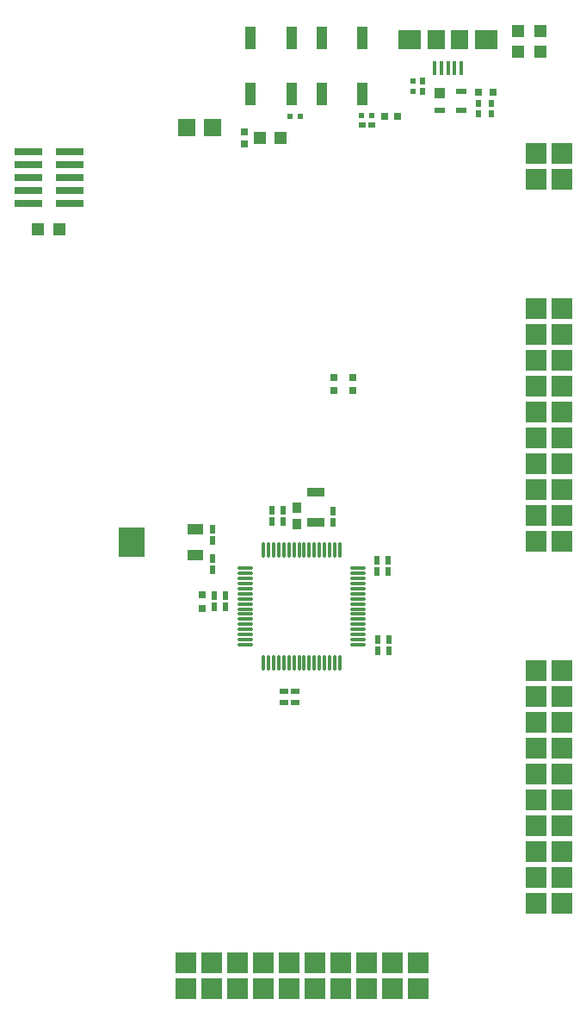
<source format=gtp>
%FSLAX43Y43*%
%MOMM*%
G71*
G01*
G75*
G04 Layer_Color=8421504*
%ADD10R,0.600X0.900*%
%ADD11R,0.700X0.700*%
%ADD12R,0.650X0.800*%
%ADD13R,0.650X0.500*%
%ADD14R,0.600X0.550*%
%ADD15R,0.500X0.650*%
%ADD16R,0.950X1.000*%
%ADD17R,2.800X0.750*%
%ADD18R,1.200X1.200*%
%ADD19R,0.550X0.600*%
%ADD20R,0.400X1.400*%
%ADD21R,2.300X1.900*%
%ADD22R,1.775X1.900*%
%ADD23R,1.100X1.000*%
%ADD24R,1.100X0.600*%
%ADD25R,1.000X2.250*%
%ADD26R,1.200X1.200*%
%ADD27R,0.900X0.600*%
%ADD28R,1.750X0.950*%
%ADD29R,1.000X0.950*%
%ADD30R,1.600X1.000*%
%ADD31R,2.500X3.000*%
%ADD32O,1.650X0.300*%
%ADD33O,0.300X1.650*%
%ADD34R,0.700X0.700*%
%ADD35R,0.800X0.650*%
%ADD36C,0.175*%
%ADD37C,0.200*%
%ADD38C,0.250*%
%ADD39C,0.300*%
%ADD40C,0.180*%
%ADD41C,0.125*%
%ADD42R,0.900X0.300*%
%ADD43C,1.700*%
%ADD44R,1.700X1.700*%
%ADD45R,1.700X1.700*%
%ADD46C,0.500*%
%ADD47C,3.600*%
%ADD48C,0.550*%
%ADD49C,0.400*%
%ADD50C,0.500*%
%ADD51C,1.400*%
G04:AMPARAMS|DCode=52|XSize=2.524mm|YSize=2.524mm|CornerRadius=0mm|HoleSize=0mm|Usage=FLASHONLY|Rotation=0.000|XOffset=0mm|YOffset=0mm|HoleType=Round|Shape=Relief|Width=0.254mm|Gap=0.254mm|Entries=4|*
%AMTHD52*
7,0,0,2.524,2.016,0.254,45*
%
%ADD52THD52*%
G04:AMPARAMS|DCode=53|XSize=4.224mm|YSize=4.224mm|CornerRadius=0mm|HoleSize=0mm|Usage=FLASHONLY|Rotation=0.000|XOffset=0mm|YOffset=0mm|HoleType=Round|Shape=Relief|Width=0.254mm|Gap=0.254mm|Entries=4|*
%AMTHD53*
7,0,0,4.224,3.716,0.254,45*
%
%ADD53THD53*%
%ADD54C,0.650*%
%ADD55C,0.600*%
%ADD56C,3.100*%
%ADD57C,1.270*%
%ADD58C,0.800*%
%ADD59R,0.500X0.250*%
%ADD60R,0.250X0.500*%
%ADD61R,1.300X0.600*%
%ADD62R,0.762X0.762*%
%ADD63R,0.950X1.750*%
%ADD64R,0.350X0.850*%
%ADD65C,0.280*%
%ADD66R,1.300X1.600*%
%ADD67R,0.600X0.250*%
%ADD68R,1.600X1.500*%
%ADD69R,0.300X0.500*%
%ADD70R,1.250X0.300*%
%ADD71R,0.850X0.400*%
%ADD72R,0.500X0.300*%
%ADD73R,0.200X0.325*%
%ADD74R,0.325X0.200*%
%ADD75C,0.254*%
%ADD76C,0.600*%
%ADD77C,0.100*%
%ADD78R,2.100X2.100*%
%ADD79R,2.100X2.100*%
%ADD80R,1.700X1.700*%
D10*
X-38775Y-50375D02*
D03*
Y-51475D02*
D03*
X-37500Y-58075D02*
D03*
Y-56975D02*
D03*
X-38600Y-58075D02*
D03*
Y-56975D02*
D03*
X-22600Y-54600D02*
D03*
Y-53500D02*
D03*
X-21500Y-54600D02*
D03*
Y-53500D02*
D03*
X-22550Y-61250D02*
D03*
Y-62350D02*
D03*
X-21450Y-61250D02*
D03*
Y-62350D02*
D03*
X-32950Y-49650D02*
D03*
Y-48550D02*
D03*
X-31843Y-49649D02*
D03*
Y-48549D02*
D03*
X-26900Y-49700D02*
D03*
Y-48600D02*
D03*
X-38775Y-54375D02*
D03*
Y-53275D02*
D03*
D11*
X-39750Y-58225D02*
D03*
Y-56825D02*
D03*
D12*
X-24950Y-35550D02*
D03*
Y-36750D02*
D03*
X-26825Y-35550D02*
D03*
Y-36750D02*
D03*
X-35675Y-12550D02*
D03*
Y-11350D02*
D03*
D13*
X-23125Y-10675D02*
D03*
X-24075D02*
D03*
D14*
X-23100Y-9800D02*
D03*
X-24100D02*
D03*
X-30150Y-9850D02*
D03*
X-31150D02*
D03*
D15*
X-11300Y-8625D02*
D03*
Y-9575D02*
D03*
X-12600Y-8625D02*
D03*
Y-9575D02*
D03*
X-18100Y-7375D02*
D03*
Y-6425D02*
D03*
D16*
X-30493Y-48299D02*
D03*
Y-49899D02*
D03*
D17*
X-56905Y-13335D02*
D03*
X-52845D02*
D03*
X-56905Y-14605D02*
D03*
X-52845D02*
D03*
X-56905Y-15875D02*
D03*
X-52845D02*
D03*
X-56905Y-17145D02*
D03*
X-52845D02*
D03*
X-56905Y-18415D02*
D03*
X-52845D02*
D03*
D18*
X-32050Y-12000D02*
D03*
X-34150D02*
D03*
X-53875Y-20975D02*
D03*
X-55975D02*
D03*
D19*
X-19000Y-6400D02*
D03*
Y-7400D02*
D03*
D20*
X-14300Y-5150D02*
D03*
X-14950D02*
D03*
X-15600D02*
D03*
X-16250D02*
D03*
X-16900D02*
D03*
D21*
X-11850Y-2300D02*
D03*
X-19350D02*
D03*
D22*
X-14438D02*
D03*
X-16763D02*
D03*
D23*
X-16400Y-7600D02*
D03*
D24*
Y-9300D02*
D03*
X-14300D02*
D03*
Y-7400D02*
D03*
D25*
X-24000Y-7650D02*
D03*
Y-2150D02*
D03*
X-28000D02*
D03*
Y-7650D02*
D03*
X-31000D02*
D03*
Y-2150D02*
D03*
X-35000D02*
D03*
Y-7650D02*
D03*
D26*
X-8750Y-3550D02*
D03*
Y-1450D02*
D03*
X-6500Y-3550D02*
D03*
Y-1450D02*
D03*
D27*
X-31700Y-66300D02*
D03*
X-30600D02*
D03*
X-31700Y-67400D02*
D03*
X-30600D02*
D03*
D28*
X-28625Y-46750D02*
D03*
Y-49700D02*
D03*
D30*
X-40475Y-52975D02*
D03*
Y-50375D02*
D03*
D31*
X-46725Y-51675D02*
D03*
D32*
X-35575Y-54250D02*
D03*
Y-54750D02*
D03*
Y-55250D02*
D03*
Y-55750D02*
D03*
Y-56250D02*
D03*
Y-56750D02*
D03*
Y-57250D02*
D03*
Y-57750D02*
D03*
Y-58250D02*
D03*
Y-58750D02*
D03*
Y-59250D02*
D03*
Y-59750D02*
D03*
Y-60250D02*
D03*
Y-60750D02*
D03*
Y-61250D02*
D03*
Y-61750D02*
D03*
X-24425D02*
D03*
Y-61250D02*
D03*
Y-60750D02*
D03*
Y-60250D02*
D03*
Y-59750D02*
D03*
Y-59250D02*
D03*
Y-58750D02*
D03*
Y-58250D02*
D03*
Y-57750D02*
D03*
Y-57250D02*
D03*
Y-56750D02*
D03*
Y-56250D02*
D03*
Y-55750D02*
D03*
Y-55250D02*
D03*
Y-54750D02*
D03*
Y-54250D02*
D03*
D33*
X-33750Y-63575D02*
D03*
X-33250D02*
D03*
X-32750D02*
D03*
X-32250D02*
D03*
X-31750D02*
D03*
X-31250D02*
D03*
X-30750D02*
D03*
X-30250D02*
D03*
X-29750D02*
D03*
X-29250D02*
D03*
X-28750D02*
D03*
X-28250D02*
D03*
X-27750D02*
D03*
X-27250D02*
D03*
X-26750D02*
D03*
X-26250D02*
D03*
Y-52425D02*
D03*
X-26750D02*
D03*
X-27250D02*
D03*
X-27750D02*
D03*
X-28250D02*
D03*
X-28750D02*
D03*
X-29250D02*
D03*
X-29750D02*
D03*
X-30250D02*
D03*
X-30750D02*
D03*
X-31250D02*
D03*
X-31750D02*
D03*
X-32250D02*
D03*
X-32750D02*
D03*
X-33250D02*
D03*
X-33750D02*
D03*
D34*
X-12600Y-7500D02*
D03*
X-11200D02*
D03*
D35*
X-21800Y-9900D02*
D03*
X-20600D02*
D03*
D78*
X-4430Y-74450D02*
D03*
X-6970D02*
D03*
X-4430Y-71910D02*
D03*
X-6970D02*
D03*
X-4430Y-69370D02*
D03*
X-6970D02*
D03*
X-4430Y-66830D02*
D03*
X-6970D02*
D03*
X-4430Y-64290D02*
D03*
X-6970Y-76990D02*
D03*
X-4430D02*
D03*
X-6970Y-79530D02*
D03*
X-4430D02*
D03*
X-6970Y-82070D02*
D03*
X-4430D02*
D03*
X-6970Y-84610D02*
D03*
X-4430D02*
D03*
X-6970Y-87150D02*
D03*
X-4430D02*
D03*
X-6970Y-64290D02*
D03*
X-4430Y-38890D02*
D03*
X-6970D02*
D03*
X-4430Y-36350D02*
D03*
X-6970D02*
D03*
X-4430Y-33810D02*
D03*
X-6970D02*
D03*
X-4430Y-31270D02*
D03*
X-6970D02*
D03*
X-4430Y-28730D02*
D03*
X-6970Y-41430D02*
D03*
X-4430D02*
D03*
X-6970Y-43970D02*
D03*
X-4430D02*
D03*
X-6970Y-46510D02*
D03*
X-4430D02*
D03*
X-6970Y-49050D02*
D03*
X-4430D02*
D03*
X-6970Y-51590D02*
D03*
X-4430D02*
D03*
X-6970Y-28730D02*
D03*
X-4430Y-16030D02*
D03*
X-6970D02*
D03*
X-4430Y-13490D02*
D03*
X-6970D02*
D03*
D79*
X-18570Y-93030D02*
D03*
X-41430Y-95570D02*
D03*
Y-93030D02*
D03*
X-38890Y-95570D02*
D03*
Y-93030D02*
D03*
X-36350Y-95570D02*
D03*
Y-93030D02*
D03*
X-33810Y-95570D02*
D03*
Y-93030D02*
D03*
X-31270Y-95570D02*
D03*
Y-93030D02*
D03*
X-18570Y-95570D02*
D03*
X-21110Y-93030D02*
D03*
Y-95570D02*
D03*
X-23650Y-93030D02*
D03*
Y-95570D02*
D03*
X-26190Y-93030D02*
D03*
Y-95570D02*
D03*
X-28730Y-93030D02*
D03*
Y-95570D02*
D03*
D80*
X-38730Y-10950D02*
D03*
X-41270D02*
D03*
M02*

</source>
